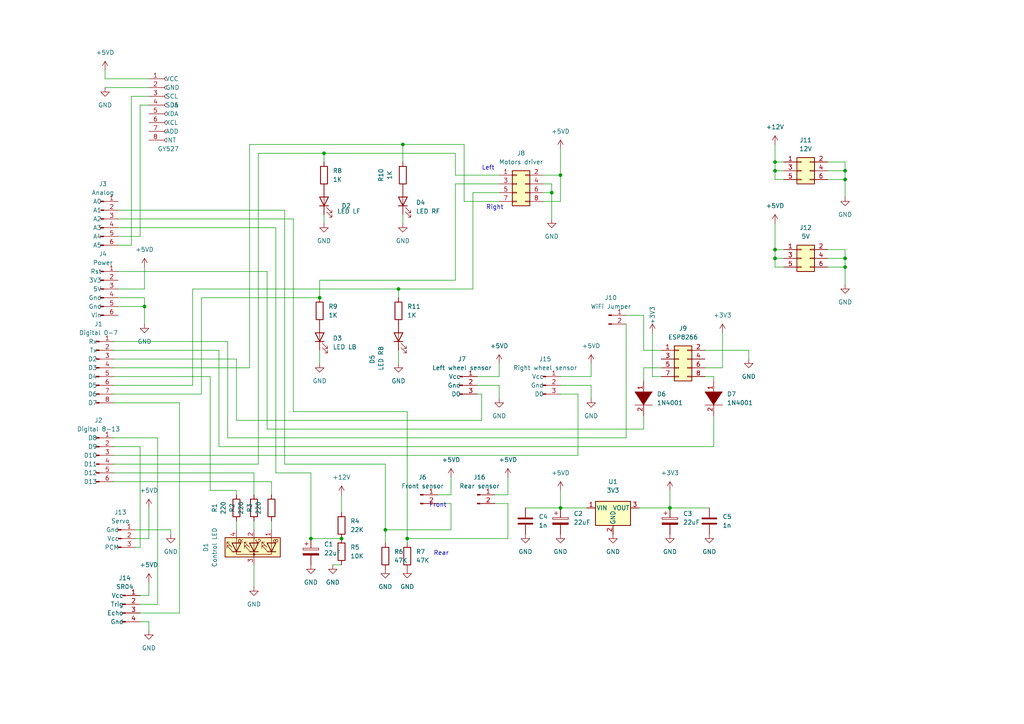
<source format=kicad_sch>
(kicad_sch (version 20211123) (generator eeschema)
  (paper "A4")
  (title_block (title "Wheellino Control Board") (date "2023-03-03") (rev "0.5.0"))
  (lib_symbols
    (symbol "Conn_01x03_Male_1" (pin_names (offset 1.016))
      (property "Reference" "J?" (at 0.635 7.62 0))
      (property "Value" "Wheel sensor" (at 0.635 5.08 0))
      (symbol "Conn_01x03_Male_1_1_1"
        (polyline (pts (xy 1.27 -2.54) (xy 0.8636 -2.54)) (stroke (width 0.1524)))
        (polyline (pts (xy 1.27 0) (xy 0.8636 0)) (stroke (width 0.1524)))
        (polyline (pts (xy 1.27 2.54) (xy 0.8636 2.54)) (stroke (width 0.1524)))
        (rectangle (start 0.8636 -2.413) (end 0 -2.667) (stroke (width 0.1524)) (fill (type outline)))
        (rectangle (start 0.8636 0.127) (end 0 -0.127) (stroke (width 0.1524)) (fill (type outline)))
        (rectangle (start 0.8636 2.667) (end 0 2.413) (stroke (width 0.1524)) (fill (type outline)))
        (pin passive line (at 5.08 2.54 180) (length 3.81) (name "Vcc") (number "1"))
        (pin passive line (at 5.08 0 180) (length 3.81) (name "Gnd") (number "2"))
        (pin passive line (at 5.08 -2.54 180) (length 3.81) (name "D0") (number "3"))
      )
    )
    (symbol "Conn_01x06_Male_1" (pin_names (offset 1.016))
      (property "Reference" "J2" (at 0.635 10.16 0))
      (property "Value" "Conn_01x06_Male_1" (at 0.635 7.62 0))
      (symbol "Conn_01x06_Male_1_1_1"
        (polyline (pts (xy 1.27 -7.62) (xy 0.8636 -7.62)) (stroke (width 0.1524)))
        (polyline (pts (xy 1.27 -5.08) (xy 0.8636 -5.08)) (stroke (width 0.1524)))
        (polyline (pts (xy 1.27 -2.54) (xy 0.8636 -2.54)) (stroke (width 0.1524)))
        (polyline (pts (xy 1.27 0) (xy 0.8636 0)) (stroke (width 0.1524)))
        (polyline (pts (xy 1.27 2.54) (xy 0.8636 2.54)) (stroke (width 0.1524)))
        (polyline (pts (xy 1.27 5.08) (xy 0.8636 5.08)) (stroke (width 0.1524)))
        (rectangle (start 0.8636 -7.493) (end 0 -7.747) (stroke (width 0.1524)) (fill (type outline)))
        (rectangle (start 0.8636 -4.953) (end 0 -5.207) (stroke (width 0.1524)) (fill (type outline)))
        (rectangle (start 0.8636 -2.413) (end 0 -2.667) (stroke (width 0.1524)) (fill (type outline)))
        (rectangle (start 0.8636 0.127) (end 0 -0.127) (stroke (width 0.1524)) (fill (type outline)))
        (rectangle (start 0.8636 2.667) (end 0 2.413) (stroke (width 0.1524)) (fill (type outline)))
        (rectangle (start 0.8636 5.207) (end 0 4.953) (stroke (width 0.1524)) (fill (type outline)))
        (pin passive line (at 5.08 5.08 180) (length 3.81) (name "D8") (number "1"))
        (pin passive line (at 5.08 2.54 180) (length 3.81) (name "D9") (number "2"))
        (pin passive line (at 5.08 0 180) (length 3.81) (name "D10") (number "3"))
        (pin passive line (at 5.08 -2.54 180) (length 3.81) (name "D11") (number "4"))
        (pin passive line (at 5.08 -5.08 180) (length 3.81) (name "D12") (number "5"))
        (pin passive line (at 5.08 -7.62 180) (length 3.81) (name "D13") (number "6"))
      )
    )
    (symbol "Conn_01x06_Male_2" (pin_names (offset 1.016))
      (property "Reference" "J3" (at 0.635 10.16 0))
      (property "Value" "Analog" (at 0.635 7.62 0))
      (symbol "Conn_01x06_Male_2_1_1"
        (polyline (pts (xy 1.27 -7.62) (xy 0.8636 -7.62)) (stroke (width 0.1524)))
        (polyline (pts (xy 1.27 -5.08) (xy 0.8636 -5.08)) (stroke (width 0.1524)))
        (polyline (pts (xy 1.27 -2.54) (xy 0.8636 -2.54)) (stroke (width 0.1524)))
        (polyline (pts (xy 1.27 0) (xy 0.8636 0)) (stroke (width 0.1524)))
        (polyline (pts (xy 1.27 2.54) (xy 0.8636 2.54)) (stroke (width 0.1524)))
        (polyline (pts (xy 1.27 5.08) (xy 0.8636 5.08)) (stroke (width 0.1524)))
        (rectangle (start 0.8636 -7.493) (end 0 -7.747) (stroke (width 0.1524)) (fill (type outline)))
        (rectangle (start 0.8636 -4.953) (end 0 -5.207) (stroke (width 0.1524)) (fill (type outline)))
        (rectangle (start 0.8636 -2.413) (end 0 -2.667) (stroke (width 0.1524)) (fill (type outline)))
        (rectangle (start 0.8636 0.127) (end 0 -0.127) (stroke (width 0.1524)) (fill (type outline)))
        (rectangle (start 0.8636 2.667) (end 0 2.413) (stroke (width 0.1524)) (fill (type outline)))
        (rectangle (start 0.8636 5.207) (end 0 4.953) (stroke (width 0.1524)) (fill (type outline)))
        (pin passive line (at 5.08 5.08 180) (length 3.81) (name "A0") (number "1"))
        (pin passive line (at 5.08 2.54 180) (length 3.81) (name "A1") (number "2"))
        (pin passive line (at 5.08 0 180) (length 3.81) (name "A2") (number "3"))
        (pin passive line (at 5.08 -2.54 180) (length 3.81) (name "A3") (number "4"))
        (pin passive line (at 5.08 -5.08 180) (length 3.81) (name "A4") (number "5"))
        (pin passive line (at 5.08 -7.62 180) (length 3.81) (name "A5") (number "6"))
      )
    )
    (symbol "Conn_02x04_Odd_Even_1" (pin_names (offset 1.016) hide)
      (property "Reference" "J" (at 1.27 5.08 0))
      (property "Value" "Conn_02x04_Odd_Even_1" (at 1.27 -7.62 0))
      (symbol "Conn_02x04_Odd_Even_1_1_1"
        (rectangle (start -1.27 -4.953) (end 0 -5.207) (stroke (width 0.1524)))
        (rectangle (start -1.27 -2.413) (end 0 -2.667) (stroke (width 0.1524)))
        (rectangle (start -1.27 0.127) (end 0 -0.127) (stroke (width 0.1524)))
        (rectangle (start -1.27 2.667) (end 0 2.413) (stroke (width 0.1524)))
        (rectangle (start -1.27 3.81) (end 3.81 -6.35) (stroke (width 0.254)) (fill (type background)))
        (rectangle (start 3.81 -4.953) (end 2.54 -5.207) (stroke (width 0.1524)))
        (rectangle (start 3.81 -2.413) (end 2.54 -2.667) (stroke (width 0.1524)))
        (rectangle (start 3.81 0.127) (end 2.54 -0.127) (stroke (width 0.1524)))
        (rectangle (start 3.81 2.667) (end 2.54 2.413) (stroke (width 0.1524)))
        (pin passive line (at -5.08 2.54 0) (length 3.81) (name "Pin_1") (number "1"))
        (pin passive line (at 7.62 2.54 180) (length 3.81) (name "Pin_2") (number "2"))
        (pin passive line (at -5.08 0 0) (length 3.81) (name "Pin_3") (number "3"))
        (pin passive line (at 7.62 0 180) (length 3.81) (name "Pin_4") (number "4"))
        (pin passive line (at -5.08 -2.54 0) (length 3.81) (name "Pin_5") (number "5"))
        (pin passive line (at 7.62 -2.54 180) (length 3.81) (name "Pin_6") (number "6"))
        (pin passive line (at -5.08 -5.08 0) (length 3.81) (name "Pin_7") (number "7"))
        (pin passive line (at 7.62 -5.08 180) (length 3.81) (name "Pin_8") (number "8"))
      )
    )
    (symbol "Connector:Conn_01x02_Male" (pin_names (offset 1.016) hide)
      (property "Reference" "J" (at 0 2.54 0))
      (property "Value" "Conn_01x02_Male" (at 0 -5.08 0))
      (symbol "Conn_01x02_Male_1_1"
        (polyline (pts (xy 1.27 -2.54) (xy 0.8636 -2.54)) (stroke (width 0.1524)))
        (polyline (pts (xy 1.27 0) (xy 0.8636 0)) (stroke (width 0.1524)))
        (rectangle (start 0.8636 -2.413) (end 0 -2.667) (stroke (width 0.1524)) (fill (type outline)))
        (rectangle (start 0.8636 0.127) (end 0 -0.127) (stroke (width 0.1524)) (fill (type outline)))
        (pin passive line (at 5.08 0 180) (length 3.81) (name "Pin_1") (number "1"))
        (pin passive line (at 5.08 -2.54 180) (length 3.81) (name "Pin_2") (number "2"))
      )
    )
    (symbol "Connector:Conn_01x03_Male" (pin_names (offset 1.016))
      (property "Reference" "J13" (at 0.635 7.62 0))
      (property "Value" "Servo" (at 0.635 5.08 0))
      (symbol "Conn_01x03_Male_1_1"
        (polyline (pts (xy 1.27 -2.54) (xy 0.8636 -2.54)) (stroke (width 0.1524)))
        (polyline (pts (xy 1.27 0) (xy 0.8636 0)) (stroke (width 0.1524)))
        (polyline (pts (xy 1.27 2.54) (xy 0.8636 2.54)) (stroke (width 0.1524)))
        (rectangle (start 0.8636 -2.413) (end 0 -2.667) (stroke (width 0.1524)) (fill (type outline)))
        (rectangle (start 0.8636 0.127) (end 0 -0.127) (stroke (width 0.1524)) (fill (type outline)))
        (rectangle (start 0.8636 2.667) (end 0 2.413) (stroke (width 0.1524)) (fill (type outline)))
        (pin passive line (at 5.08 2.54 180) (length 3.81) (name "Gnd") (number "1"))
        (pin passive line (at 5.08 0 180) (length 3.81) (name "Vcc") (number "2"))
        (pin passive line (at 5.08 -2.54 180) (length 3.81) (name "PCM") (number "3"))
      )
    )
    (symbol "Connector:Conn_01x04_Male" (pin_names (offset 1.016))
      (property "Reference" "J14" (at 0.635 7.62 0))
      (property "Value" "SR04" (at 0.635 5.08 0))
      (symbol "Conn_01x04_Male_1_1"
        (polyline (pts (xy 1.27 -5.08) (xy 0.8636 -5.08)) (stroke (width 0.1524)))
        (polyline (pts (xy 1.27 -2.54) (xy 0.8636 -2.54)) (stroke (width 0.1524)))
        (polyline (pts (xy 1.27 0) (xy 0.8636 0)) (stroke (width 0.1524)))
        (polyline (pts (xy 1.27 2.54) (xy 0.8636 2.54)) (stroke (width 0.1524)))
        (rectangle (start 0.8636 -4.953) (end 0 -5.207) (stroke (width 0.1524)) (fill (type outline)))
        (rectangle (start 0.8636 -2.413) (end 0 -2.667) (stroke (width 0.1524)) (fill (type outline)))
        (rectangle (start 0.8636 0.127) (end 0 -0.127) (stroke (width 0.1524)) (fill (type outline)))
        (rectangle (start 0.8636 2.667) (end 0 2.413) (stroke (width 0.1524)) (fill (type outline)))
        (pin passive line (at 5.08 2.54 180) (length 3.81) (name "Vcc") (number "1"))
        (pin passive line (at 5.08 0 180) (length 3.81) (name "Trig") (number "2"))
        (pin passive line (at 5.08 -2.54 180) (length 3.81) (name "Echo") (number "3"))
        (pin passive line (at 5.08 -5.08 180) (length 3.81) (name "Gnd") (number "4"))
      )
    )
    (symbol "Connector:Conn_01x06_Male" (pin_names (offset 1.016))
      (property "Reference" "J4" (at 0.635 10.16 0))
      (property "Value" "Power" (at 0.635 7.62 0))
      (symbol "Conn_01x06_Male_1_1"
        (polyline (pts (xy 1.27 -7.62) (xy 0.8636 -7.62)) (stroke (width 0.1524)))
        (polyline (pts (xy 1.27 -5.08) (xy 0.8636 -5.08)) (stroke (width 0.1524)))
        (polyline (pts (xy 1.27 -2.54) (xy 0.8636 -2.54)) (stroke (width 0.1524)))
        (polyline (pts (xy 1.27 0) (xy 0.8636 0)) (stroke (width 0.1524)))
        (polyline (pts (xy 1.27 2.54) (xy 0.8636 2.54)) (stroke (width 0.1524)))
        (polyline (pts (xy 1.27 5.08) (xy 0.8636 5.08)) (stroke (width 0.1524)))
        (rectangle (start 0.8636 -7.493) (end 0 -7.747) (stroke (width 0.1524)) (fill (type outline)))
        (rectangle (start 0.8636 -4.953) (end 0 -5.207) (stroke (width 0.1524)) (fill (type outline)))
        (rectangle (start 0.8636 -2.413) (end 0 -2.667) (stroke (width 0.1524)) (fill (type outline)))
        (rectangle (start 0.8636 0.127) (end 0 -0.127) (stroke (width 0.1524)) (fill (type outline)))
        (rectangle (start 0.8636 2.667) (end 0 2.413) (stroke (width 0.1524)) (fill (type outline)))
        (rectangle (start 0.8636 5.207) (end 0 4.953) (stroke (width 0.1524)) (fill (type outline)))
        (pin passive line (at 5.08 5.08 180) (length 3.81) (name "Rst") (number "1"))
        (pin passive line (at 5.08 2.54 180) (length 3.81) (name "3V3") (number "2"))
        (pin passive line (at 5.08 0 180) (length 3.81) (name "5V") (number "3"))
        (pin passive line (at 5.08 -2.54 180) (length 3.81) (name "Gnd") (number "4"))
        (pin passive line (at 5.08 -5.08 180) (length 3.81) (name "Gnd") (number "5"))
        (pin passive line (at 5.08 -7.62 180) (length 3.81) (name "Vin") (number "6"))
      )
    )
    (symbol "Connector:Conn_01x08_Female" (pin_names (offset 1.016))
      (property "Reference" "J5" (at 1.27 0.0001 0))
      (property "Value" "GY527" (at 1.27 -2.5399 0))
      (symbol "Conn_01x08_Female_1_1"
        (arc (start 0 -9.652) (mid -0.508 -10.16) (end 0 -10.668) (stroke (width 0.1524)))
        (arc (start 0 -7.112) (mid -0.508 -7.62) (end 0 -8.128) (stroke (width 0.1524)))
        (arc (start 0 -4.572) (mid -0.508 -5.08) (end 0 -5.588) (stroke (width 0.1524)))
        (arc (start 0 -2.032) (mid -0.508 -2.54) (end 0 -3.048) (stroke (width 0.1524)))
        (polyline (pts (xy -1.27 -10.16) (xy -0.508 -10.16)) (stroke (width 0.1524)))
        (polyline (pts (xy -1.27 -7.62) (xy -0.508 -7.62)) (stroke (width 0.1524)))
        (polyline (pts (xy -1.27 -5.08) (xy -0.508 -5.08)) (stroke (width 0.1524)))
        (polyline (pts (xy -1.27 -2.54) (xy -0.508 -2.54)) (stroke (width 0.1524)))
        (polyline (pts (xy -1.27 0) (xy -0.508 0)) (stroke (width 0.1524)))
        (polyline (pts (xy -1.27 2.54) (xy -0.508 2.54)) (stroke (width 0.1524)))
        (polyline (pts (xy -1.27 5.08) (xy -0.508 5.08)) (stroke (width 0.1524)))
        (polyline (pts (xy -1.27 7.62) (xy -0.508 7.62)) (stroke (width 0.1524)))
        (arc (start 0 0.508) (mid -0.508 0) (end 0 -0.508) (stroke (width 0.1524)))
        (arc (start 0 3.048) (mid -0.508 2.54) (end 0 2.032) (stroke (width 0.1524)))
        (arc (start 0 5.588) (mid -0.508 5.08) (end 0 4.572) (stroke (width 0.1524)))
        (arc (start 0 8.128) (mid -0.508 7.62) (end 0 7.112) (stroke (width 0.1524)))
        (pin passive line (at -5.08 7.62 0) (length 3.81) (name "VCC") (number "1"))
        (pin passive line (at -5.08 5.08 0) (length 3.81) (name "GND") (number "2"))
        (pin passive line (at -5.08 2.54 0) (length 3.81) (name "SCL") (number "3"))
        (pin passive line (at -5.08 0 0) (length 3.81) (name "SDA") (number "4"))
        (pin passive line (at -5.08 -2.54 0) (length 3.81) (name "XDA") (number "5"))
        (pin passive line (at -5.08 -5.08 0) (length 3.81) (name "XCL") (number "6"))
        (pin passive line (at -5.08 -7.62 0) (length 3.81) (name "ADD") (number "7"))
        (pin passive line (at -5.08 -10.16 0) (length 3.81) (name "INT") (number "8"))
      )
    )
    (symbol "Connector:Conn_01x08_Male" (pin_names (offset 1.016))
      (property "Reference" "J1" (at 0.635 12.7 0))
      (property "Value" "Digital 0-7" (at 0.635 10.16 0))
      (symbol "Conn_01x08_Male_1_1"
        (polyline (pts (xy 1.27 -10.16) (xy 0.8636 -10.16)) (stroke (width 0.1524)))
        (polyline (pts (xy 1.27 -7.62) (xy 0.8636 -7.62)) (stroke (width 0.1524)))
        (polyline (pts (xy 1.27 -5.08) (xy 0.8636 -5.08)) (stroke (width 0.1524)))
        (polyline (pts (xy 1.27 -2.54) (xy 0.8636 -2.54)) (stroke (width 0.1524)))
        (polyline (pts (xy 1.27 0) (xy 0.8636 0)) (stroke (width 0.1524)))
        (polyline (pts (xy 1.27 2.54) (xy 0.8636 2.54)) (stroke (width 0.1524)))
        (polyline (pts (xy 1.27 5.08) (xy 0.8636 5.08)) (stroke (width 0.1524)))
        (polyline (pts (xy 1.27 7.62) (xy 0.8636 7.62)) (stroke (width 0.1524)))
        (rectangle (start 0.8636 -10.033) (end 0 -10.287) (stroke (width 0.1524)) (fill (type outline)))
        (rectangle (start 0.8636 -7.493) (end 0 -7.747) (stroke (width 0.1524)) (fill (type outline)))
        (rectangle (start 0.8636 -4.953) (end 0 -5.207) (stroke (width 0.1524)) (fill (type outline)))
        (rectangle (start 0.8636 -2.413) (end 0 -2.667) (stroke (width 0.1524)) (fill (type outline)))
        (rectangle (start 0.8636 0.127) (end 0 -0.127) (stroke (width 0.1524)) (fill (type outline)))
        (rectangle (start 0.8636 2.667) (end 0 2.413) (stroke (width 0.1524)) (fill (type outline)))
        (rectangle (start 0.8636 5.207) (end 0 4.953) (stroke (width 0.1524)) (fill (type outline)))
        (rectangle (start 0.8636 7.747) (end 0 7.493) (stroke (width 0.1524)) (fill (type outline)))
        (pin passive line (at 5.08 7.62 180) (length 3.81) (name "Rx") (number "1"))
        (pin passive line (at 5.08 5.08 180) (length 3.81) (name "Tx") (number "2"))
        (pin passive line (at 5.08 2.54 180) (length 3.81) (name "D2") (number "3"))
        (pin passive line (at 5.08 0 180) (length 3.81) (name "D3") (number "4"))
        (pin passive line (at 5.08 -2.54 180) (length 3.81) (name "D4") (number "5"))
        (pin passive line (at 5.08 -5.08 180) (length 3.81) (name "D5") (number "6"))
        (pin passive line (at 5.08 -7.62 180) (length 3.81) (name "D6") (number "7"))
        (pin passive line (at 5.08 -10.16 180) (length 3.81) (name "D7") (number "8"))
      )
    )
    (symbol "Connector_Generic:Conn_02x03_Odd_Even" (pin_names (offset 1.016) hide)
      (property "Reference" "J" (at 1.27 5.08 0))
      (property "Value" "Conn_02x03_Odd_Even" (at 1.27 -5.08 0))
      (symbol "Conn_02x03_Odd_Even_1_1"
        (rectangle (start -1.27 -2.413) (end 0 -2.667) (stroke (width 0.1524)))
        (rectangle (start -1.27 0.127) (end 0 -0.127) (stroke (width 0.1524)))
        (rectangle (start -1.27 2.667) (end 0 2.413) (stroke (width 0.1524)))
        (rectangle (start -1.27 3.81) (end 3.81 -3.81) (stroke (width 0.254)) (fill (type background)))
        (rectangle (start 3.81 -2.413) (end 2.54 -2.667) (stroke (width 0.1524)))
        (rectangle (start 3.81 0.127) (end 2.54 -0.127) (stroke (width 0.1524)))
        (rectangle (start 3.81 2.667) (end 2.54 2.413) (stroke (width 0.1524)))
        (pin passive line (at -5.08 2.54 0) (length 3.81) (name "Pin_1") (number "1"))
        (pin passive line (at 7.62 2.54 180) (length 3.81) (name "Pin_2") (number "2"))
        (pin passive line (at -5.08 0 0) (length 3.81) (name "Pin_3") (number "3"))
        (pin passive line (at 7.62 0 180) (length 3.81) (name "Pin_4") (number "4"))
        (pin passive line (at -5.08 -2.54 0) (length 3.81) (name "Pin_5") (number "5"))
        (pin passive line (at 7.62 -2.54 180) (length 3.81) (name "Pin_6") (number "6"))
      )
    )
    (symbol "Connector_Generic:Conn_02x04_Odd_Even" (pin_names (offset 1.016) hide)
      (property "Reference" "J" (at 1.27 5.08 0))
      (property "Value" "Conn_02x04_Odd_Even" (at 1.27 -7.62 0))
      (symbol "Conn_02x04_Odd_Even_1_1"
        (rectangle (start -1.27 -4.953) (end 0 -5.207) (stroke (width 0.1524)))
        (rectangle (start -1.27 -2.413) (end 0 -2.667) (stroke (width 0.1524)))
        (rectangle (start -1.27 0.127) (end 0 -0.127) (stroke (width 0.1524)))
        (rectangle (start -1.27 2.667) (end 0 2.413) (stroke (width 0.1524)))
        (rectangle (start -1.27 3.81) (end 3.81 -6.35) (stroke (width 0.254)) (fill (type background)))
        (rectangle (start 3.81 -4.953) (end 2.54 -5.207) (stroke (width 0.1524)))
        (rectangle (start 3.81 -2.413) (end 2.54 -2.667) (stroke (width 0.1524)))
        (rectangle (start 3.81 0.127) (end 2.54 -0.127) (stroke (width 0.1524)))
        (rectangle (start 3.81 2.667) (end 2.54 2.413) (stroke (width 0.1524)))
        (pin passive line (at -5.08 2.54 0) (length 3.81) (name "Pin_1") (number "1"))
        (pin passive line (at 7.62 2.54 180) (length 3.81) (name "Pin_2") (number "2"))
        (pin passive line (at -5.08 0 0) (length 3.81) (name "Pin_3") (number "3"))
        (pin passive line (at 7.62 0 180) (length 3.81) (name "Pin_4") (number "4"))
        (pin passive line (at -5.08 -2.54 0) (length 3.81) (name "Pin_5") (number "5"))
        (pin passive line (at 7.62 -2.54 180) (length 3.81) (name "Pin_6") (number "6"))
        (pin passive line (at -5.08 -5.08 0) (length 3.81) (name "Pin_7") (number "7"))
        (pin passive line (at 7.62 -5.08 180) (length 3.81) (name "Pin_8") (number "8"))
      )
    )
    (symbol "Device:C" (pin_numbers hide) (pin_names (offset 0.254))
      (property "Reference" "C" (at 0.635 2.54 0))
      (property "Value" "C" (at 0.635 -2.54 0))
      (symbol "C_0_1"
        (polyline (pts (xy -2.032 -0.762) (xy 2.032 -0.762)) (stroke (width 0.508)))
        (polyline (pts (xy -2.032 0.762) (xy 2.032 0.762)) (stroke (width 0.508)))
      )
      (symbol "C_1_1"
        (pin passive line (at 0 3.81 270) (length 2.794) (name "~") (number "1"))
        (pin passive line (at 0 -3.81 90) (length 2.794) (name "~") (number "2"))
      )
    )
    (symbol "Device:C_Polarized" (pin_numbers hide) (pin_names (offset 0.254))
      (property "Reference" "C" (at 0.635 2.54 0))
      (property "Value" "C_Polarized" (at 0.635 -2.54 0))
      (symbol "C_Polarized_0_1"
        (rectangle (start -2.286 0.508) (end 2.286 1.016))
        (polyline (pts (xy -1.778 2.286) (xy -0.762 2.286)))
        (polyline (pts (xy -1.27 2.794) (xy -1.27 1.778)))
        (rectangle (start 2.286 -0.508) (end -2.286 -1.016) (fill (type outline)))
      )
      (symbol "C_Polarized_1_1"
        (pin passive line (at 0 3.81 270) (length 2.794) (name "~") (number "1"))
        (pin passive line (at 0 -3.81 90) (length 2.794) (name "~") (number "2"))
      )
    )
    (symbol "Device:LED" (pin_numbers hide) (pin_names (offset 1.016) hide)
      (property "Reference" "D" (at 0 2.54 0))
      (property "Value" "LED" (at 0 -2.54 0))
      (symbol "LED_0_1"
        (polyline (pts (xy -1.27 -1.27) (xy -1.27 1.27)) (stroke (width 0.254)))
        (polyline (pts (xy -1.27 0) (xy 1.27 0)))
        (polyline (pts (xy 1.27 -1.27) (xy 1.27 1.27) (xy -1.27 0) (xy 1.27 -1.27)) (stroke (width 0.254)))
        (polyline (pts (xy -3.048 -0.762) (xy -4.572 -2.286) (xy -3.81 -2.286) (xy -4.572 -2.286) (xy -4.572 -1.524)))
        (polyline (pts (xy -1.778 -0.762) (xy -3.302 -2.286) (xy -2.54 -2.286) (xy -3.302 -2.286) (xy -3.302 -1.524)))
      )
      (symbol "LED_1_1"
        (pin passive line (at -3.81 0 0) (length 2.54) (name "K") (number "1"))
        (pin passive line (at 3.81 0 180) (length 2.54) (name "A") (number "2"))
      )
    )
    (symbol "Device:LED_BGKR" (pin_names (offset 0) hide)
      (property "Reference" "D" (at 0 9.398 0))
      (property "Value" "LED_BGKR" (at 0 -8.89 0))
      (symbol "LED_BGKR_0_0"
        (text "B" (at 1.905 -6.35 0) (effects (font (size 1.27 1.27))))
        (text "G" (at 1.905 -1.27 0) (effects (font (size 1.27 1.27))))
        (text "R" (at 1.905 3.81 0) (effects (font (size 1.27 1.27))))
      )
      (symbol "LED_BGKR_0_1"
        (circle (center -2.032 0) (radius 0.254) (fill (type outline)))
        (polyline (pts (xy -1.27 -5.08) (xy 1.27 -5.08)))
        (polyline (pts (xy -1.27 -3.81) (xy -1.27 -6.35)) (stroke (width 0.254)))
        (polyline (pts (xy -1.27 0) (xy -2.54 0)))
        (polyline (pts (xy -1.27 1.27) (xy -1.27 -1.27)) (stroke (width 0.254)))
        (polyline (pts (xy -1.27 5.08) (xy 1.27 5.08)))
        (polyline (pts (xy -1.27 6.35) (xy -1.27 3.81)) (stroke (width 0.254)))
        (polyline (pts (xy 1.27 -5.08) (xy 2.54 -5.08)))
        (polyline (pts (xy 1.27 0) (xy -1.27 0)))
        (polyline (pts (xy 1.27 0) (xy 2.54 0)))
        (polyline (pts (xy 1.27 5.08) (xy 2.54 5.08)))
        (polyline (pts (xy -1.27 1.27) (xy -1.27 -1.27) (xy -1.27 -1.27)))
        (polyline (pts (xy -1.27 6.35) (xy -1.27 3.81) (xy -1.27 3.81)))
        (polyline (pts (xy -1.27 5.08) (xy -2.032 5.08) (xy -2.032 -5.08) (xy -1.016 -5.08)))
        (polyline (pts (xy 1.27 -3.81) (xy 1.27 -6.35) (xy -1.27 -5.08) (xy 1.27 -3.81)) (stroke (width 0.254)))
        (polyline (pts (xy 1.27 1.27) (xy 1.27 -1.27) (xy -1.27 0) (xy 1.27 1.27)) (stroke (width 0.254)))
        (polyline (pts (xy 1.27 6.35) (xy 1.27 3.81) (xy -1.27 5.08) (xy 1.27 6.35)) (stroke (width 0.254)))
        (polyline (pts (xy -1.016 -3.81) (xy 0.508 -2.286) (xy -0.254 -2.286) (xy 0.508 -2.286) (xy 0.508 -3.048)))
        (polyline (pts (xy -1.016 1.27) (xy 0.508 2.794) (xy -0.254 2.794) (xy 0.508 2.794) (xy 0.508 2.032)))
        (polyline (pts (xy -1.016 6.35) (xy 0.508 7.874) (xy -0.254 7.874) (xy 0.508 7.874) (xy 0.508 7.112)))
        (polyline (pts (xy 0 -3.81) (xy 1.524 -2.286) (xy 0.762 -2.286) (xy 1.524 -2.286) (xy 1.524 -3.048)))
        (polyline (pts (xy 0 1.27) (xy 1.524 2.794) (xy 0.762 2.794) (xy 1.524 2.794) (xy 1.524 2.032)))
        (polyline (pts (xy 0 6.35) (xy 1.524 7.874) (xy 0.762 7.874) (xy 1.524 7.874) (xy 1.524 7.112)))
        (rectangle (start 1.27 -1.27) (end 1.27 1.27))
        (rectangle (start 1.27 1.27) (end 1.27 1.27))
        (rectangle (start 1.27 3.81) (end 1.27 6.35))
        (rectangle (start 1.27 6.35) (end 1.27 6.35))
        (rectangle (start 2.794 8.382) (end -2.794 -7.62) (stroke (width 0.254)) (fill (type background)))
      )
      (symbol "LED_BGKR_1_1"
        (pin passive line (at 5.08 -5.08 180) (length 2.54) (name "BA") (number "1"))
        (pin passive line (at 5.08 0 180) (length 2.54) (name "GA") (number "2"))
        (pin passive line (at -5.08 0 0) (length 2.54) (name "K") (number "3"))
        (pin passive line (at 5.08 5.08 180) (length 2.54) (name "RA") (number "4"))
      )
    )
    (symbol "Device:R" (pin_numbers hide) (pin_names (offset 0))
      (property "Reference" "R" (at 2.032 0 90))
      (property "Value" "R" (at 0 0 90))
      (symbol "R_0_1"
        (rectangle (start -1.016 -2.54) (end 1.016 2.54) (stroke (width 0.254)))
      )
      (symbol "R_1_1"
        (pin passive line (at 0 3.81 270) (length 1.27) (name "~") (number "1"))
        (pin passive line (at 0 -3.81 90) (length 1.27) (name "~") (number "2"))
      )
    )
    (symbol "Regulator_Linear:AP2204R-3.3" (pin_names (offset 0.254))
      (property "Reference" "U" (at -5.08 3.175 0))
      (property "Value" "AP2204R-3.3" (at 0 3.175 0))
      (symbol "AP2204R-3.3_0_1"
        (rectangle (start -5.08 1.905) (end 5.08 -5.08) (stroke (width 0.254)) (fill (type background)))
      )
      (symbol "AP2204R-3.3_1_1"
        (pin power_in line (at -7.62 0 0) (length 2.54) (name "VIN") (number "1"))
        (pin power_in line (at 0 -7.62 90) (length 2.54) (name "GND") (number "2"))
        (pin power_out line (at 7.62 0 180) (length 2.54) (name "VOUT") (number "3"))
      )
    )
    (symbol "power:+12V" (power) (pin_names (offset 0))
      (property "Value" "+12V" (at 0 3.556 0))
      (symbol "+12V_0_1"
        (polyline (pts (xy -0.762 1.27) (xy 0 2.54)))
        (polyline (pts (xy 0 0) (xy 0 2.54)))
        (polyline (pts (xy 0 2.54) (xy 0.762 1.27)))
      )
      (symbol "+12V_1_1"
        (pin power_in line (at 0 0 90) (length 0) hide (name "+12V") (number "1"))
      )
    )
    (symbol "power:+3.3V" (power) (pin_names (offset 0))
      (property "Value" "+3.3V" (at 0 3.556 0))
      (symbol "+3.3V_0_1"
        (polyline (pts (xy -0.762 1.27) (xy 0 2.54)))
        (polyline (pts (xy 0 0) (xy 0 2.54)))
        (polyline (pts (xy 0 2.54) (xy 0.762 1.27)))
      )
      (symbol "+3.3V_1_1"
        (pin power_in line (at 0 0 90) (length 0) hide (name "+3V3") (number "1"))
      )
    )
    (symbol "power:+5VD" (power) (pin_names (offset 0))
      (property "Value" "+5VD" (at 0 3.556 0))
      (symbol "+5VD_0_1"
        (polyline (pts (xy -0.762 1.27) (xy 0 2.54)))
        (polyline (pts (xy 0 0) (xy 0 2.54)))
        (polyline (pts (xy 0 2.54) (xy 0.762 1.27)))
      )
      (symbol "+5VD_1_1"
        (pin power_in line (at 0 0 90) (length 0) hide (name "+5VD") (number "1"))
      )
    )
    (symbol "power:GND" (power) (pin_names (offset 0))
      (property "Value" "GND" (at 0 -3.81 0))
      (symbol "GND_0_1"
        (polyline (pts (xy 0 0) (xy 0 -1.27) (xy 1.27 -1.27) (xy 0 -2.54) (xy -1.27 -1.27) (xy 0 -1.27)))
      )
      (symbol "GND_1_1"
        (pin power_in line (at 0 0 270) (length 0) hide (name "GND") (number "1"))
      )
    )
    (symbol "pspice:DIODE" (pin_names (offset 1.016) hide)
      (property "Reference" "D" (at 0 3.81 0))
      (property "Value" "DIODE" (at 0 -4.445 0))
      (symbol "DIODE_0_1"
        (polyline (pts (xy 1.905 2.54) (xy 1.905 -2.54)))
        (polyline (pts (xy -1.905 2.54) (xy -1.905 -2.54) (xy 1.905 0)) (fill (type outline)))
      )
      (symbol "DIODE_1_1"
        (pin input line (at -5.08 0 0) (length 3.81) (name "K") (number "1"))
        (pin input line (at 5.08 0 180) (length 3.81) (name "A") (number "2"))
      )
    )
  )
  (junction (at 41.91 88.9))
  (junction (at 194.31 147.32))
  (junction (at 93.98 44.45))
  (junction (at 245.11 77.47))
  (junction (at 224.79 74.93))
  (junction (at 115.57 83.82))
  (junction (at 224.79 72.39))
  (junction (at 90.17 156.21))
  (junction (at 245.11 74.93))
  (junction (at 224.79 49.53))
  (junction (at 116.84 41.91))
  (junction (at 245.11 49.53))
  (junction (at 245.11 52.07))
  (junction (at 160.02 55.88))
  (junction (at 162.56 147.32))
  (junction (at 99.06 156.21))
  (junction (at 111.76 153.67))
  (junction (at 118.11 156.21))
  (junction (at 92.71 86.36))
  (junction (at 162.56 50.8))
  (junction (at 224.79 46.99))
  (wire (pts (xy 224.79 52.07) (xy 227.33 52.07)))
  (wire (pts (xy 162.56 114.3) (xy 167.64 114.3)))
  (wire (pts (xy 132.08 44.45) (xy 93.98 44.45)))
  (wire (pts (xy 186.69 106.68) (xy 191.77 106.68)))
  (wire (pts (xy 118.11 156.21) (xy 147.32 156.21)))
  (wire (pts (xy 240.03 46.99) (xy 245.11 46.99)))
  (wire (pts (xy 82.55 134.62) (xy 111.76 134.62)))
  (wire (pts (xy 185.42 147.32) (xy 194.31 147.32)))
  (wire (pts (xy 224.79 49.53) (xy 224.79 52.07)))
  (wire (pts (xy 162.56 142.24) (xy 162.56 147.32)))
  (wire (pts (xy 144.78 109.22) (xy 144.78 105.41)))
  (wire (pts (xy 43.18 172.72) (xy 43.18 168.91)))
  (wire (pts (xy 78.74 139.7) (xy 78.74 143.51)))
  (wire (pts (xy 127 146.05) (xy 130.81 146.05)))
  (wire (pts (xy 43.18 180.34) (xy 43.18 182.88)))
  (wire (pts (xy 116.84 41.91) (xy 134.62 41.91)))
  (wire (pts (xy 224.79 72.39) (xy 227.33 72.39)))
  (wire (pts (xy 33.02 104.14) (xy 68.58 104.14)))
  (wire (pts (xy 189.23 109.22) (xy 191.77 109.22)))
  (wire (pts (xy 137.16 55.88) (xy 144.78 55.88)))
  (wire (pts (xy 209.55 106.68) (xy 209.55 96.52)))
  (wire (pts (xy 58.42 86.36) (xy 92.71 86.36)))
  (wire (pts (xy 68.58 104.14) (xy 68.58 121.92)))
  (wire (pts (xy 60.96 142.24) (xy 60.96 109.22)))
  (wire (pts (xy 33.02 134.62) (xy 74.93 134.62)))
  (wire (pts (xy 30.48 25.4) (xy 43.18 25.4)))
  (wire (pts (xy 207.01 120.65) (xy 207.01 129.54)))
  (wire (pts (xy 115.57 83.82) (xy 115.57 86.36)))
  (wire (pts (xy 93.98 46.99) (xy 93.98 44.45)))
  (wire (pts (xy 40.64 158.75) (xy 40.64 129.54)))
  (wire (pts (xy 93.98 64.77) (xy 93.98 62.23)))
  (wire (pts (xy 116.84 41.91) (xy 72.39 41.91)))
  (wire (pts (xy 41.91 86.36) (xy 41.91 88.9)))
  (wire (pts (xy 74.93 44.45) (xy 74.93 134.62)))
  (wire (pts (xy 132.08 53.34) (xy 132.08 81.28)))
  (wire (pts (xy 40.64 177.8) (xy 52.07 177.8)))
  (wire (pts (xy 118.11 156.21) (xy 118.11 157.48)))
  (wire (pts (xy 240.03 72.39) (xy 245.11 72.39)))
  (wire (pts (xy 34.29 83.82) (xy 41.91 83.82)))
  (wire (pts (xy 92.71 81.28) (xy 92.71 86.36)))
  (wire (pts (xy 73.66 163.83) (xy 73.66 170.18)))
  (wire (pts (xy 162.56 50.8) (xy 162.56 58.42)))
  (wire (pts (xy 224.79 46.99) (xy 224.79 49.53)))
  (wire (pts (xy 90.17 156.21) (xy 99.06 156.21)))
  (wire (pts (xy 245.11 46.99) (xy 245.11 49.53)))
  (wire (pts (xy 40.64 175.26) (xy 45.72 175.26)))
  (wire (pts (xy 224.79 49.53) (xy 227.33 49.53)))
  (wire (pts (xy 43.18 27.94) (xy 38.1 27.94)))
  (wire (pts (xy 134.62 58.42) (xy 144.78 58.42)))
  (wire (pts (xy 224.79 77.47) (xy 227.33 77.47)))
  (wire (pts (xy 204.47 101.6) (xy 217.17 101.6)))
  (wire (pts (xy 181.61 127) (xy 181.61 93.98)))
  (wire (pts (xy 245.11 49.53) (xy 245.11 52.07)))
  (wire (pts (xy 245.11 74.93) (xy 245.11 77.47)))
  (wire (pts (xy 115.57 101.6) (xy 115.57 105.41)))
  (wire (pts (xy 143.51 143.51) (xy 147.32 143.51)))
  (wire (pts (xy 40.64 30.48) (xy 40.64 68.58)))
  (wire (pts (xy 224.79 74.93) (xy 227.33 74.93)))
  (wire (pts (xy 41.91 83.82) (xy 41.91 77.47)))
  (wire (pts (xy 33.02 99.06) (xy 66.04 99.06)))
  (wire (pts (xy 204.47 109.22) (xy 207.01 109.22)))
  (wire (pts (xy 240.03 74.93) (xy 245.11 74.93)))
  (wire (pts (xy 144.78 111.76) (xy 144.78 115.57)))
  (wire (pts (xy 240.03 52.07) (xy 245.11 52.07)))
  (wire (pts (xy 138.43 111.76) (xy 144.78 111.76)))
  (wire (pts (xy 147.32 146.05) (xy 143.51 146.05)))
  (wire (pts (xy 34.29 78.74) (xy 77.47 78.74)))
  (wire (pts (xy 80.01 66.04) (xy 34.29 66.04)))
  (wire (pts (xy 68.58 142.24) (xy 60.96 142.24)))
  (wire (pts (xy 85.09 119.38) (xy 118.11 119.38)))
  (wire (pts (xy 40.64 172.72) (xy 43.18 172.72)))
  (wire (pts (xy 52.07 177.8) (xy 52.07 116.84)))
  (wire (pts (xy 77.47 124.46) (xy 186.69 124.46)))
  (wire (pts (xy 39.37 153.67) (xy 49.53 153.67)))
  (wire (pts (xy 157.48 50.8) (xy 162.56 50.8)))
  (wire (pts (xy 80.01 66.04) (xy 80.01 137.16)))
  (wire (pts (xy 186.69 124.46) (xy 186.69 120.65)))
  (wire (pts (xy 68.58 142.24) (xy 68.58 143.51)))
  (wire (pts (xy 162.56 43.18) (xy 162.56 50.8)))
  (wire (pts (xy 90.17 137.16) (xy 90.17 156.21)))
  (wire (pts (xy 240.03 77.47) (xy 245.11 77.47)))
  (wire (pts (xy 99.06 148.59) (xy 99.06 143.51)))
  (wire (pts (xy 207.01 129.54) (xy 63.5 129.54)))
  (wire (pts (xy 33.02 132.08) (xy 167.64 132.08)))
  (wire (pts (xy 72.39 106.68) (xy 33.02 106.68)))
  (wire (pts (xy 194.31 142.24) (xy 194.31 147.32)))
  (wire (pts (xy 132.08 50.8) (xy 132.08 44.45)))
  (wire (pts (xy 45.72 127) (xy 33.02 127)))
  (wire (pts (xy 186.69 101.6) (xy 191.77 101.6)))
  (wire (pts (xy 217.17 101.6) (xy 217.17 104.14)))
  (wire (pts (xy 72.39 41.91) (xy 72.39 106.68)))
  (wire (pts (xy 34.29 86.36) (xy 41.91 86.36)))
  (wire (pts (xy 33.02 137.16) (xy 73.66 137.16)))
  (wire (pts (xy 99.06 163.83) (xy 96.52 163.83)))
  (wire (pts (xy 63.5 129.54) (xy 63.5 101.6)))
  (wire (pts (xy 82.55 60.96) (xy 34.29 60.96)))
  (wire (pts (xy 55.88 83.82) (xy 55.88 111.76)))
  (wire (pts (xy 34.29 63.5) (xy 85.09 63.5)))
  (wire (pts (xy 240.03 49.53) (xy 245.11 49.53)))
  (wire (pts (xy 111.76 153.67) (xy 111.76 157.48)))
  (wire (pts (xy 58.42 114.3) (xy 33.02 114.3)))
  (wire (pts (xy 162.56 109.22) (xy 171.45 109.22)))
  (wire (pts (xy 132.08 81.28) (xy 92.71 81.28)))
  (wire (pts (xy 139.7 114.3) (xy 139.7 121.92)))
  (wire (pts (xy 60.96 109.22) (xy 33.02 109.22)))
  (wire (pts (xy 73.66 153.67) (xy 73.66 151.13)))
  (wire (pts (xy 245.11 77.47) (xy 245.11 82.55)))
  (wire (pts (xy 66.04 99.06) (xy 66.04 127)))
  (wire (pts (xy 224.79 41.91) (xy 224.79 46.99)))
  (wire (pts (xy 157.48 53.34) (xy 160.02 53.34)))
  (wire (pts (xy 111.76 153.67) (xy 130.81 153.67)))
  (wire (pts (xy 118.11 119.38) (xy 118.11 156.21)))
  (wire (pts (xy 245.11 52.07) (xy 245.11 57.15)))
  (wire (pts (xy 41.91 88.9) (xy 41.91 93.98)))
  (wire (pts (xy 55.88 83.82) (xy 115.57 83.82)))
  (wire (pts (xy 160.02 55.88) (xy 160.02 63.5)))
  (wire (pts (xy 194.31 147.32) (xy 205.74 147.32)))
  (wire (pts (xy 181.61 91.44) (xy 186.69 91.44)))
  (wire (pts (xy 116.84 62.23) (xy 116.84 64.77)))
  (wire (pts (xy 224.79 46.99) (xy 227.33 46.99)))
  (wire (pts (xy 40.64 180.34) (xy 43.18 180.34)))
  (wire (pts (xy 224.79 64.77) (xy 224.79 72.39)))
  (wire (pts (xy 34.29 68.58) (xy 40.64 68.58)))
  (wire (pts (xy 34.29 71.12) (xy 38.1 71.12)))
  (wire (pts (xy 204.47 106.68) (xy 209.55 106.68)))
  (wire (pts (xy 127 143.51) (xy 130.81 143.51)))
  (wire (pts (xy 77.47 78.74) (xy 77.47 124.46)))
  (wire (pts (xy 138.43 109.22) (xy 144.78 109.22)))
  (wire (pts (xy 137.16 83.82) (xy 115.57 83.82)))
  (wire (pts (xy 138.43 114.3) (xy 139.7 114.3)))
  (wire (pts (xy 63.5 101.6) (xy 33.02 101.6)))
  (wire (pts (xy 137.16 55.88) (xy 137.16 83.82)))
  (wire (pts (xy 207.01 109.22) (xy 207.01 110.49)))
  (wire (pts (xy 147.32 156.21) (xy 147.32 146.05)))
  (wire (pts (xy 38.1 27.94) (xy 38.1 71.12)))
  (wire (pts (xy 68.58 121.92) (xy 139.7 121.92)))
  (wire (pts (xy 39.37 158.75) (xy 40.64 158.75)))
  (wire (pts (xy 152.4 147.32) (xy 162.56 147.32)))
  (wire (pts (xy 157.48 55.88) (xy 160.02 55.88)))
  (wire (pts (xy 167.64 114.3) (xy 167.64 132.08)))
  (wire (pts (xy 144.78 50.8) (xy 132.08 50.8)))
  (wire (pts (xy 68.58 153.67) (xy 68.58 151.13)))
  (wire (pts (xy 147.32 138.43) (xy 147.32 143.51)))
  (wire (pts (xy 186.69 91.44) (xy 186.69 101.6)))
  (wire (pts (xy 92.71 101.6) (xy 92.71 105.41)))
  (wire (pts (xy 224.79 72.39) (xy 224.79 74.93)))
  (wire (pts (xy 111.76 134.62) (xy 111.76 153.67)))
  (wire (pts (xy 52.07 116.84) (xy 33.02 116.84)))
  (wire (pts (xy 162.56 111.76) (xy 171.45 111.76)))
  (wire (pts (xy 85.09 63.5) (xy 85.09 119.38)))
  (wire (pts (xy 245.11 72.39) (xy 245.11 74.93)))
  (wire (pts (xy 78.74 153.67) (xy 78.74 151.13)))
  (wire (pts (xy 43.18 30.48) (xy 40.64 30.48)))
  (wire (pts (xy 116.84 46.99) (xy 116.84 41.91)))
  (wire (pts (xy 93.98 44.45) (xy 74.93 44.45)))
  (wire (pts (xy 49.53 153.67) (xy 49.53 154.94)))
  (wire (pts (xy 189.23 96.52) (xy 189.23 109.22)))
  (wire (pts (xy 130.81 143.51) (xy 130.81 138.43)))
  (wire (pts (xy 160.02 53.34) (xy 160.02 55.88)))
  (wire (pts (xy 58.42 86.36) (xy 58.42 114.3)))
  (wire (pts (xy 130.81 153.67) (xy 130.81 146.05)))
  (wire (pts (xy 157.48 58.42) (xy 162.56 58.42)))
  (wire (pts (xy 80.01 137.16) (xy 90.17 137.16)))
  (wire (pts (xy 33.02 129.54) (xy 40.64 129.54)))
  (wire (pts (xy 43.18 156.21) (xy 43.18 147.32)))
  (wire (pts (xy 39.37 156.21) (xy 43.18 156.21)))
  (wire (pts (xy 82.55 60.96) (xy 82.55 134.62)))
  (wire (pts (xy 30.48 20.32) (xy 30.48 22.86)))
  (wire (pts (xy 33.02 139.7) (xy 78.74 139.7)))
  (wire (pts (xy 30.48 22.86) (xy 43.18 22.86)))
  (wire (pts (xy 34.29 88.9) (xy 41.91 88.9)))
  (wire (pts (xy 171.45 105.41) (xy 171.45 109.22)))
  (wire (pts (xy 186.69 110.49) (xy 186.69 106.68)))
  (wire (pts (xy 45.72 175.26) (xy 45.72 127)))
  (wire (pts (xy 33.02 111.76) (xy 55.88 111.76)))
  (wire (pts (xy 73.66 137.16) (xy 73.66 143.51)))
  (wire (pts (xy 66.04 127) (xy 181.61 127)))
  (wire (pts (xy 171.45 111.76) (xy 171.45 115.57)))
  (wire (pts (xy 144.78 53.34) (xy 132.08 53.34)))
  (wire (pts (xy 224.79 74.93) (xy 224.79 77.47)))
  (wire (pts (xy 162.56 147.32) (xy 170.18 147.32)))
  (wire (pts (xy 134.62 41.91) (xy 134.62 58.42)))
  (text "Rear\n" (at 125.73 161.29 0) (effects (font (size 1.27 1.27)) (justify left bottom)))
  (text "Left" (at 139.7 49.53 0) (effects (font (size 1.27 1.27)) (justify left bottom)))
  (text "Front" (at 124.46 147.32 0) (effects (font (size 1.27 1.27)) (justify left bottom)))
  (text "Right" (at 140.97 60.96 0) (effects (font (size 1.27 1.27)) (justify left bottom)))
  (symbol (lib_id "power:+12V") (at 99.06 143.51 0) (unit 1)
    (property "Reference" "#PWR02" (effects hide))
    (property "Value" "+12V" (at 99.06 138.43 0))
  )
  (symbol (lib_id "power:GND") (at 162.56 154.94 0) (unit 1)
    (property "Reference" "#PWR021" (effects hide))
    (property "Value" "GND" (at 162.56 160.02 0))
  )
  (symbol (lib_id "power:GND") (at 30.48 25.4 0) (unit 1)
    (property "Reference" "#PWR0104" (effects hide))
    (property "Value" "GND" (at 30.48 30.48 0))
  )
  (symbol (lib_id "Device:R") (at 93.98 50.8 0) (unit 1)
    (property "Reference" "R8" (at 96.52 49.5299 0) (effects (justify left)))
    (property "Value" "1K" (at 96.52 52.0699 0) (effects (justify left)))
    (property "Footprint" "Resistor_THT:R_Axial_DIN0207_L6.3mm_D2.5mm_P10.16mm_Horizontal" (effects hide))
  )
  (symbol (lib_id "power:+5VD") (at 171.45 105.41 0) (unit 1)
    (property "Reference" "#PWR07" (effects hide))
    (property "Value" "+5VD" (at 171.45 100.33 0))
  )
  (symbol (lib_id "Connector:Conn_01x06_Male") (at 29.21 83.82 0) (unit 1)
    (property "Reference" "J4" (at 29.845 73.66 0))
    (property "Value" "Power" (at 29.845 76.2 0))
    (property "Footprint" "Connector_PinHeader_2.54mm:PinHeader_1x06_P2.54mm_Vertical" (effects hide))
  )
  (symbol (lib_id "Device:R") (at 68.58 147.32 0) (unit 1)
    (property "Reference" "R1" (at 62.23 147.32 90))
    (property "Value" "220" (at 64.77 147.32 90))
    (property "Footprint" "Resistor_THT:R_Axial_DIN0207_L6.3mm_D2.5mm_P10.16mm_Horizontal" (effects hide))
  )
  (symbol (lib_id "pspice:DIODE") (at 186.69 115.57 270) (unit 1)
    (property "Reference" "D6" (at 190.5 114.2999 90) (effects (justify left)))
    (property "Value" "1N4001" (at 190.5 116.8399 90) (effects (justify left)))
    (property "Footprint" "Diode_THT:D_DO-41_SOD81_P10.16mm_Horizontal" (effects hide))
  )
  (symbol (lib_id "power:GND") (at 217.17 104.14 0) (unit 1)
    (property "Reference" "#PWR013" (effects hide))
    (property "Value" "GND" (at 217.17 109.22 0))
  )
  (symbol (lib_id "Connector:Conn_01x04_Male") (at 35.56 175.26 0) (unit 1)
    (property "Reference" "J14" (at 36.195 167.64 0))
    (property "Value" "SR04" (at 36.195 170.18 0))
    (property "Footprint" "Connector_PinHeader_2.54mm:PinHeader_1x04_P2.54mm_Vertical" (effects hide))
  )
  (symbol (lib_id "Connector_Generic:Conn_02x03_Odd_Even") (at 232.41 74.93 0) (unit 1)
    (property "Reference" "J12" (at 233.68 66.04 0))
    (property "Value" "5V" (at 233.68 68.58 0))
    (property "Footprint" "Connector_PinHeader_2.54mm:PinHeader_2x03_P2.54mm_Vertical" (effects hide))
  )
  (symbol (lib_id "power:+5VD") (at 30.48 20.32 0) (unit 1)
    (property "Reference" "#PWR0103" (effects hide))
    (property "Value" "+5VD" (at 30.48 15.24 0))
  )
  (symbol (lib_id "power:+5VD") (at 224.79 64.77 0) (unit 1)
    (property "Reference" "#PWR017" (effects hide))
    (property "Value" "+5VD" (at 224.79 59.69 0))
  )
  (symbol (lib_id "Device:C") (at 152.4 151.13 0) (unit 1)
    (property "Reference" "C4" (at 156.21 149.8599 0) (effects (justify left)))
    (property "Value" "1n" (at 156.21 152.3999 0) (effects (justify left)))
    (property "Footprint" "Capacitor_THT:C_Rect_L7.0mm_W2.0mm_P5.00mm" (effects hide))
  )
  (symbol (lib_id "power:+5VD") (at 41.91 77.47 0) (unit 1)
    (property "Reference" "#PWR0102" (effects hide))
    (property "Value" "+5VD" (at 41.91 72.39 0))
  )
  (symbol (lib_name "Conn_01x06_Male_1") (lib_id "Connector:Conn_01x06_Male") (at 27.94 132.08 0) (unit 1)
    (property "Reference" "J2" (at 28.575 121.92 0))
    (property "Value" "Digital 8-13" (at 28.575 124.46 0))
    (property "Footprint" "Connector_PinHeader_2.54mm:PinHeader_1x06_P2.54mm_Vertical" (effects hide))
  )
  (symbol (lib_name "Conn_01x06_Male_2") (lib_id "Connector:Conn_01x06_Male") (at 29.21 63.5 0) (unit 1)
    (property "Reference" "J3" (at 29.845 53.34 0))
    (property "Value" "Analog" (at 29.845 55.88 0))
    (property "Footprint" "Connector_PinHeader_2.54mm:PinHeader_1x06_P2.54mm_Vertical" (effects hide))
  )
  (symbol (lib_id "Regulator_Linear:AP2204R-3.3") (at 177.8 147.32 0) (unit 1)
    (property "Reference" "U1" (at 177.8 139.7 0))
    (property "Value" "3V3" (at 177.8 142.24 0))
    (property "Footprint" "Connector_PinHeader_2.54mm:PinHeader_1x03_P2.54mm_Vertical" (effects hide))
  )
  (symbol (lib_id "Device:R") (at 116.84 50.8 0) (unit 1)
    (property "Reference" "R10" (at 110.49 50.8 90))
    (property "Value" "1K" (at 113.03 50.8 90))
    (property "Footprint" "Resistor_THT:R_Axial_DIN0207_L6.3mm_D2.5mm_P10.16mm_Horizontal" (effects hide))
  )
  (symbol (lib_id "Device:LED_BGKR") (at 73.66 158.75 90) (unit 1)
    (property "Reference" "D1" (at 59.69 158.75 0))
    (property "Value" "Control LED" (at 62.23 158.75 0))
    (property "Footprint" "LED_THT:LED_D5.0mm-4_RGB_Wide_Pins" (effects hide))
  )
  (symbol (lib_id "Connector:Conn_01x02_Male") (at 176.53 91.44 0) (unit 1)
    (property "Reference" "J10" (at 177.165 86.36 0))
    (property "Value" "WiFi Jumper" (at 177.165 88.9 0))
    (property "Footprint" "Connector_PinHeader_2.54mm:PinHeader_1x02_P2.54mm_Vertical" (effects hide))
  )
  (symbol (lib_id "power:GND") (at 118.11 165.1 0) (unit 1)
    (property "Reference" "#PWR0107" (effects hide))
    (property "Value" "GND" (at 118.11 170.18 0))
  )
  (symbol (lib_id "Device:R") (at 73.66 147.32 0) (unit 1)
    (property "Reference" "R2" (at 67.31 147.32 90))
    (property "Value" "220" (at 69.85 147.32 90))
    (property "Footprint" "Resistor_THT:R_Axial_DIN0207_L6.3mm_D2.5mm_P10.16mm_Horizontal" (effects hide))
  )
  (symbol (lib_id "power:GND") (at 205.74 154.94 0) (unit 1)
    (property "Reference" "#PWR026" (effects hide))
    (property "Value" "GND" (at 205.74 160.02 0))
  )
  (symbol (lib_id "Device:C") (at 205.74 151.13 0) (unit 1)
    (property "Reference" "C5" (at 209.55 149.8599 0) (effects (justify left)))
    (property "Value" "1n" (at 209.55 152.3999 0) (effects (justify left)))
    (property "Footprint" "Capacitor_THT:C_Rect_L7.0mm_W2.0mm_P5.00mm" (effects hide))
  )
  (symbol (lib_id "Connector_Generic:Conn_02x03_Odd_Even") (at 232.41 49.53 0) (unit 1)
    (property "Reference" "J11" (at 233.68 40.64 0))
    (property "Value" "12V" (at 233.68 43.18 0))
    (property "Footprint" "Connector_PinHeader_2.54mm:PinHeader_2x03_P2.54mm_Vertical" (effects hide))
  )
  (symbol (lib_id "Device:R") (at 78.74 147.32 0) (unit 1)
    (property "Reference" "R3" (at 72.39 147.32 90))
    (property "Value" "220" (at 74.93 147.32 90))
    (property "Footprint" "Resistor_THT:R_Axial_DIN0207_L6.3mm_D2.5mm_P10.16mm_Horizontal" (effects hide))
  )
  (symbol (lib_id "power:+5VD") (at 43.18 147.32 0) (unit 1)
    (property "Reference" "#PWR0111" (effects hide))
    (property "Value" "+5VD" (at 43.18 142.24 0))
  )
  (symbol (lib_id "power:+5VD") (at 130.81 138.43 0) (unit 1)
    (property "Reference" "#PWR0114" (effects hide))
    (property "Value" "+5VD" (at 130.81 133.35 0))
  )
  (symbol (lib_id "Connector:Conn_01x02_Male") (at 121.92 143.51 0) (unit 1)
    (property "Reference" "J6" (at 122.555 138.43 0))
    (property "Value" "Front sensor" (at 122.555 140.97 0))
    (property "Footprint" "Connector_PinHeader_2.54mm:PinHeader_1x02_P2.54mm_Vertical" (effects hide))
  )
  (symbol (lib_id "Device:R") (at 99.06 160.02 0) (unit 1)
    (property "Reference" "R5" (at 101.6 158.7499 0) (effects (justify left)))
    (property "Value" "10K" (at 101.6 161.2899 0) (effects (justify left)))
    (property "Footprint" "Resistor_THT:R_Axial_DIN0207_L6.3mm_D2.5mm_P10.16mm_Horizontal" (effects hide))
  )
  (symbol (lib_id "Device:R") (at 111.76 161.29 0) (unit 1)
    (property "Reference" "R6" (at 114.3 160.0199 0) (effects (justify left)))
    (property "Value" "47K" (at 114.3 162.5599 0) (effects (justify left)))
    (property "Footprint" "Resistor_THT:R_Axial_DIN0207_L6.3mm_D2.5mm_P10.16mm_Horizontal" (effects hide))
  )
  (symbol (lib_id "Device:LED") (at 115.57 97.79 90) (unit 1)
    (property "Reference" "D5" (at 107.95 102.87 0) (effects (justify right)))
    (property "Value" "LED RB" (at 110.49 100.33 0) (effects (justify right)))
    (property "Footprint" "LED_THT:LED_D5.0mm" (effects hide))
  )
  (symbol (lib_id "Device:R") (at 118.11 161.29 0) (unit 1)
    (property "Reference" "R7" (at 120.65 160.0199 0) (effects (justify left)))
    (property "Value" "47K" (at 120.65 162.5599 0) (effects (justify left)))
    (property "Footprint" "Resistor_THT:R_Axial_DIN0207_L6.3mm_D2.5mm_P10.16mm_Horizontal" (effects hide))
  )
  (symbol (lib_id "power:GND") (at 115.57 105.41 0) (unit 1)
    (property "Reference" "#PWR012" (effects hide))
    (property "Value" "GND" (at 115.57 110.49 0))
  )
  (symbol (lib_id "power:GND") (at 177.8 154.94 0) (unit 1)
    (property "Reference" "#PWR022" (effects hide))
    (property "Value" "GND" (at 177.8 160.02 0))
  )
  (symbol (lib_id "Device:R") (at 92.71 90.17 0) (unit 1)
    (property "Reference" "R9" (at 95.25 88.8999 0) (effects (justify left)))
    (property "Value" "1K" (at 95.25 91.4399 0) (effects (justify left)))
    (property "Footprint" "Resistor_THT:R_Axial_DIN0207_L6.3mm_D2.5mm_P10.16mm_Horizontal" (effects hide))
  )
  (symbol (lib_id "Connector:Conn_01x03_Male") (at 34.29 156.21 0) (unit 1)
    (property "Reference" "J13" (at 34.925 148.59 0))
    (property "Value" "Servo" (at 34.925 151.13 0))
    (property "Footprint" "Connector_PinHeader_2.54mm:PinHeader_1x03_P2.54mm_Vertical" (effects hide))
  )
  (symbol (lib_id "Device:R") (at 115.57 90.17 0) (unit 1)
    (property "Reference" "R11" (at 118.11 88.8999 0) (effects (justify left)))
    (property "Value" "1K" (at 118.11 91.4399 0) (effects (justify left)))
    (property "Footprint" "Resistor_THT:R_Axial_DIN0207_L6.3mm_D2.5mm_P10.16mm_Horizontal" (effects hide))
  )
  (symbol (lib_id "pspice:DIODE") (at 207.01 115.57 270) (unit 1)
    (property "Reference" "D7" (at 210.82 114.2999 90) (effects (justify left)))
    (property "Value" "1N4001" (at 210.82 116.8399 90) (effects (justify left)))
    (property "Footprint" "Diode_THT:D_DO-41_SOD81_P10.16mm_Horizontal" (effects hide))
  )
  (symbol (lib_id "power:+3.3V") (at 189.23 96.52 0) (unit 1)
    (property "Reference" "#PWR014" (effects hide))
    (property "Value" "+3.3V" (at 189.23 91.44 90))
  )
  (symbol (lib_name "Conn_01x03_Male_1") (lib_id "Connector:Conn_01x03_Male") (at 133.35 111.76 0) (unit 1)
    (property "Reference" "J7" (at 133.985 104.14 0))
    (property "Value" "Left wheel sensor" (at 133.985 106.68 0))
    (property "Footprint" "Connector_PinHeader_2.54mm:PinHeader_1x03_P2.54mm_Vertical" (effects hide))
  )
  (symbol (lib_id "power:GND") (at 92.71 105.41 0) (unit 1)
    (property "Reference" "#PWR010" (effects hide))
    (property "Value" "GND" (at 92.71 110.49 0))
  )
  (symbol (lib_id "power:GND") (at 245.11 57.15 0) (unit 1)
    (property "Reference" "#PWR018" (effects hide))
    (property "Value" "GND" (at 245.11 62.23 0))
  )
  (symbol (lib_id "power:GND") (at 93.98 64.77 0) (unit 1)
    (property "Reference" "#PWR09" (effects hide))
    (property "Value" "GND" (at 93.98 69.85 0))
  )
  (symbol (lib_id "Device:LED") (at 92.71 97.79 90) (unit 1)
    (property "Reference" "D3" (at 96.52 98.1074 90) (effects (justify right)))
    (property "Value" "LED LB" (at 96.52 100.6474 90) (effects (justify right)))
    (property "Footprint" "LED_THT:LED_D5.0mm" (effects hide))
  )
  (symbol (lib_id "power:GND") (at 171.45 115.57 0) (unit 1)
    (property "Reference" "#PWR08" (effects hide))
    (property "Value" "GND" (at 171.45 120.65 0))
  )
  (symbol (lib_id "Device:R") (at 99.06 152.4 0) (unit 1)
    (property "Reference" "R4" (at 101.6 151.1299 0) (effects (justify left)))
    (property "Value" "22K" (at 101.6 153.6699 0) (effects (justify left)))
    (property "Footprint" "Resistor_THT:R_Axial_DIN0207_L6.3mm_D2.5mm_P10.16mm_Horizontal" (effects hide))
  )
  (symbol (lib_id "power:+5VD") (at 144.78 105.41 0) (unit 1)
    (property "Reference" "#PWR06" (effects hide))
    (property "Value" "+5VD" (at 144.78 100.33 0))
  )
  (symbol (lib_id "Connector_Generic:Conn_02x04_Odd_Even") (at 149.86 53.34 0) (unit 1)
    (property "Reference" "J8" (at 151.13 44.45 0))
    (property "Value" "Motors driver" (at 151.13 46.99 0))
    (property "Footprint" "Connector_PinHeader_2.54mm:PinHeader_2x04_P2.54mm_Vertical" (effects hide))
  )
  (symbol (lib_id "Device:LED") (at 93.98 58.42 90) (unit 1)
    (property "Reference" "D2" (at 99.06 59.69 90) (effects (justify right)))
    (property "Value" "LED LF" (at 97.79 61.2774 90) (effects (justify right)))
    (property "Footprint" "LED_THT:LED_D5.0mm" (effects hide))
  )
  (symbol (lib_id "power:GND") (at 43.18 182.88 0) (unit 1)
    (property "Reference" "#PWR0113" (effects hide))
    (property "Value" "GND" (at 43.18 187.96 0))
  )
  (symbol (lib_id "power:GND") (at 73.66 170.18 0) (unit 1)
    (property "Reference" "#PWR0101" (effects hide))
    (property "Value" "GND" (at 73.66 175.26 0))
  )
  (symbol (lib_id "Device:C_Polarized") (at 90.17 160.02 0) (unit 1)
    (property "Reference" "C1" (at 93.98 157.8609 0) (effects (justify left)))
    (property "Value" "22uF" (at 93.98 160.4009 0) (effects (justify left)))
    (property "Footprint" "Capacitor_THT:CP_Radial_D5.0mm_P2.50mm" (effects hide))
  )
  (symbol (lib_id "Connector:Conn_01x02_Male") (at 138.43 143.51 0) (unit 1)
    (property "Reference" "J16" (at 139.065 138.43 0))
    (property "Value" "Rear sensor" (at 139.065 140.97 0))
    (property "Footprint" "Connector_PinHeader_2.54mm:PinHeader_1x02_P2.54mm_Vertical" (effects hide))
  )
  (symbol (lib_id "power:GND") (at 152.4 154.94 0) (unit 1)
    (property "Reference" "#PWR025" (effects hide))
    (property "Value" "GND" (at 152.4 160.02 0))
  )
  (symbol (lib_id "power:+5VD") (at 162.56 43.18 0) (unit 1)
    (property "Reference" "#PWR0109" (effects hide))
    (property "Value" "+5VD" (at 162.56 38.1 0))
  )
  (symbol (lib_id "power:+12V") (at 224.79 41.91 0) (unit 1)
    (property "Reference" "#PWR016" (effects hide))
    (property "Value" "+12V" (at 224.79 36.83 0))
  )
  (symbol (lib_id "Connector:Conn_01x08_Female") (at 48.26 30.48 0) (unit 1)
    (property "Reference" "J5" (at 49.53 30.4799 0) (effects (justify left)))
    (property "Value" "GY527" (at 45.72 43.18 0) (effects (justify left)))
    (property "Footprint" "Connector_PinSocket_2.54mm:PinSocket_1x08_P2.54mm_Vertical" (effects hide))
  )
  (symbol (lib_name "Conn_02x04_Odd_Even_1") (lib_id "Connector_Generic:Conn_02x04_Odd_Even") (at 196.85 104.14 0) (unit 1)
    (property "Reference" "J9" (at 198.12 95.25 0))
    (property "Value" "ESP8266" (at 198.12 97.79 0))
    (property "Footprint" "Connector_PinHeader_2.54mm:PinHeader_2x04_P2.54mm_Vertical" (effects hide))
  )
  (symbol (lib_name "Conn_01x03_Male_1") (lib_id "Connector:Conn_01x03_Male") (at 157.48 111.76 0) (unit 1)
    (property "Reference" "J15" (at 158.115 104.14 0))
    (property "Value" "Right wheel sensor" (at 158.115 106.68 0))
    (property "Footprint" "Connector_PinHeader_2.54mm:PinHeader_1x03_P2.54mm_Vertical" (effects hide))
  )
  (symbol (lib_id "power:GND") (at 245.11 82.55 0) (unit 1)
    (property "Reference" "#PWR019" (effects hide))
    (property "Value" "GND" (at 245.11 87.63 0))
  )
  (symbol (lib_id "power:+3.3V") (at 194.31 142.24 0) (unit 1)
    (property "Reference" "#PWR023" (effects hide))
    (property "Value" "+3.3V" (at 194.31 137.16 0))
  )
  (symbol (lib_id "Connector:Conn_01x08_Male") (at 27.94 106.68 0) (unit 1)
    (property "Reference" "J1" (at 28.575 93.98 0))
    (property "Value" "Digital 0-7" (at 28.575 96.52 0))
    (property "Footprint" "Connector_PinHeader_2.54mm:PinHeader_1x08_P2.54mm_Vertical" (effects hide))
  )
  (symbol (lib_id "power:GND") (at 160.02 63.5 0) (unit 1)
    (property "Reference" "#PWR0108" (effects hide))
    (property "Value" "GND" (at 160.02 68.58 0))
  )
  (symbol (lib_id "Device:LED") (at 116.84 58.42 90) (unit 1)
    (property "Reference" "D4" (at 120.65 58.7374 90) (effects (justify right)))
    (property "Value" "LED RF" (at 120.65 61.2774 90) (effects (justify right)))
    (property "Footprint" "LED_THT:LED_D5.0mm" (effects hide))
  )
  (symbol (lib_id "power:GND") (at 194.31 154.94 0) (unit 1)
    (property "Reference" "#PWR024" (effects hide))
    (property "Value" "GND" (at 194.31 160.02 0))
  )
  (symbol (lib_id "power:+3.3V") (at 209.55 96.52 0) (unit 1)
    (property "Reference" "#PWR015" (effects hide))
    (property "Value" "+3.3V" (at 209.55 91.44 0))
  )
  (symbol (lib_id "power:GND") (at 96.52 163.83 0) (unit 1)
    (property "Reference" "#PWR03" (effects hide))
    (property "Value" "GND" (at 96.52 168.91 0))
  )
  (symbol (lib_id "Device:C_Polarized") (at 162.56 151.13 0) (unit 1)
    (property "Reference" "C2" (at 166.37 148.9709 0) (effects (justify left)))
    (property "Value" "22uF" (at 166.37 151.5109 0) (effects (justify left)))
    (property "Footprint" "Capacitor_THT:CP_Radial_D5.0mm_P2.50mm" (effects hide))
  )
  (symbol (lib_id "power:GND") (at 49.53 154.94 0) (unit 1)
    (property "Reference" "#PWR0110" (effects hide))
    (property "Value" "GND" (at 49.53 160.02 0))
  )
  (symbol (lib_id "power:GND") (at 116.84 64.77 0) (unit 1)
    (property "Reference" "#PWR011" (effects hide))
    (property "Value" "GND" (at 116.84 69.85 0))
  )
  (symbol (lib_id "power:GND") (at 90.17 163.83 0) (unit 1)
    (property "Reference" "#PWR01" (effects hide))
    (property "Value" "GND" (at 90.17 168.91 0))
  )
  (symbol (lib_id "power:+5VD") (at 43.18 168.91 0) (unit 1)
    (property "Reference" "#PWR0112" (effects hide))
    (property "Value" "+5VD" (at 43.18 163.83 0))
  )
  (symbol (lib_id "power:+5VD") (at 147.32 138.43 0) (unit 1)
    (property "Reference" "#PWR04" (effects hide))
    (property "Value" "+5VD" (at 147.32 133.35 0))
  )
  (symbol (lib_id "power:GND") (at 111.76 165.1 0) (unit 1)
    (property "Reference" "#PWR0106" (effects hide))
    (property "Value" "GND" (at 111.76 170.18 0))
  )
  (symbol (lib_id "Device:C_Polarized") (at 194.31 151.13 0) (unit 1)
    (property "Reference" "C3" (at 198.12 148.9709 0) (effects (justify left)))
    (property "Value" "22uF" (at 198.12 151.5109 0) (effects (justify left)))
    (property "Footprint" "Capacitor_THT:CP_Radial_D5.0mm_P2.50mm" (effects hide))
  )
  (symbol (lib_id "power:GND") (at 144.78 115.57 0) (unit 1)
    (property "Reference" "#PWR05" (effects hide))
    (property "Value" "GND" (at 144.78 120.65 0))
  )
  (symbol (lib_id "power:+5VD") (at 162.56 142.24 0) (unit 1)
    (property "Reference" "#PWR020" (effects hide))
    (property "Value" "+5VD" (at 162.56 137.16 0))
  )
  (symbol (lib_id "power:GND") (at 41.91 93.98 0) (unit 1)
    (property "Reference" "#PWR0105" (effects hide))
    (property "Value" "GND" (at 41.91 99.06 0))
  )
)
</source>
